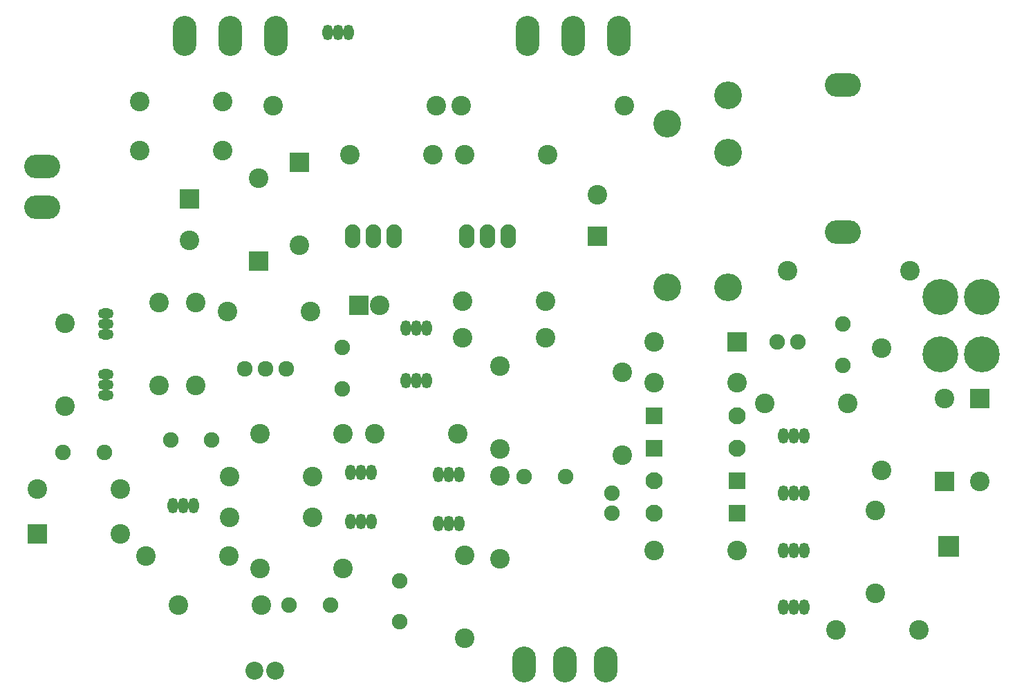
<source format=gts>
%FSLAX46Y46*%
G04 Gerber Fmt 4.6, Leading zero omitted, Abs format (unit mm)*
G04 Created by KiCad (PCBNEW (2014-jul-16 BZR unknown)-product) date ma. 13. okt. 2014 kl. 20.08 +0200*
%MOMM*%
G01*
G04 APERTURE LIST*
%ADD10C,0.100000*%
%ADD11C,1.901140*%
%ADD12R,2.398980X2.398980*%
%ADD13C,2.398980*%
%ADD14C,2.099260*%
%ADD15R,2.099260X2.099260*%
%ADD16R,2.635200X2.635200*%
%ADD17O,1.299160X1.901140*%
%ADD18O,1.901140X1.299160*%
%ADD19O,1.901140X2.899360*%
%ADD20O,2.899360X4.900880*%
%ADD21C,1.924000*%
%ADD22O,4.400000X2.900000*%
%ADD23C,2.200000*%
%ADD24O,2.900000X4.400000*%
%ADD25C,4.400000*%
%ADD26C,1.900000*%
%ADD27C,3.400000*%
G04 APERTURE END LIST*
D10*
D11*
X122250000Y-122750000D03*
X117170000Y-122750000D03*
X123750000Y-96250000D03*
X123750000Y-91170000D03*
D12*
X125730000Y-86000000D03*
D13*
X128270000Y-86000000D03*
D11*
X89500000Y-104000000D03*
X94580000Y-104000000D03*
D12*
X105000000Y-72960000D03*
D13*
X105000000Y-78040000D03*
D11*
X146000000Y-107000000D03*
X151080000Y-107000000D03*
D12*
X155000000Y-77540000D03*
D13*
X155000000Y-72460000D03*
X96580000Y-114000000D03*
D12*
X86420000Y-114000000D03*
D13*
X118500000Y-78580000D03*
D12*
X118500000Y-68420000D03*
D13*
X113500000Y-70420000D03*
D12*
X113500000Y-80580000D03*
D14*
X161920000Y-107500000D03*
D15*
X172080000Y-107500000D03*
D14*
X172080000Y-103500000D03*
D15*
X161920000Y-103500000D03*
D14*
X161920000Y-111500000D03*
D15*
X172080000Y-111500000D03*
D14*
X172080000Y-99500000D03*
D15*
X161920000Y-99500000D03*
D13*
X161920000Y-90500000D03*
D12*
X172080000Y-90500000D03*
D13*
X197500000Y-97420000D03*
D12*
X197500000Y-107580000D03*
D13*
X201750000Y-107580000D03*
D12*
X201750000Y-97420000D03*
D13*
X98920000Y-61000000D03*
X109080000Y-61000000D03*
X98920000Y-67000000D03*
X109080000Y-67000000D03*
D16*
X198000000Y-115500000D03*
D17*
X126000000Y-112500000D03*
X124730000Y-112500000D03*
X127270000Y-112500000D03*
X136750000Y-112750000D03*
X138020000Y-112750000D03*
X135480000Y-112750000D03*
X104250000Y-110500000D03*
X102980000Y-110500000D03*
X105520000Y-110500000D03*
X136750000Y-106750000D03*
X138020000Y-106750000D03*
X135480000Y-106750000D03*
X126000000Y-106500000D03*
X124730000Y-106500000D03*
X127270000Y-106500000D03*
D18*
X94750000Y-95750000D03*
X94750000Y-97020000D03*
X94750000Y-94480000D03*
D17*
X132750000Y-95250000D03*
X134020000Y-95250000D03*
X131480000Y-95250000D03*
D18*
X94750000Y-88250000D03*
X94750000Y-89520000D03*
X94750000Y-86980000D03*
D17*
X123250000Y-52500000D03*
X121980000Y-52500000D03*
X124520000Y-52500000D03*
X132750000Y-88750000D03*
X134020000Y-88750000D03*
X131480000Y-88750000D03*
D19*
X127500000Y-77500000D03*
X124960000Y-77500000D03*
X130040000Y-77500000D03*
X141500000Y-77500000D03*
X144040000Y-77500000D03*
X138960000Y-77500000D03*
D20*
X110000000Y-53000000D03*
X104412000Y-53000000D03*
X115588000Y-53000000D03*
X152000000Y-53000000D03*
X146412000Y-53000000D03*
X157588000Y-53000000D03*
D17*
X179000000Y-123000000D03*
X177730000Y-123000000D03*
X180270000Y-123000000D03*
X179000000Y-116000000D03*
X177730000Y-116000000D03*
X180270000Y-116000000D03*
X179000000Y-109000000D03*
X177730000Y-109000000D03*
X180270000Y-109000000D03*
X179000000Y-102000000D03*
X177730000Y-102000000D03*
X180270000Y-102000000D03*
D13*
X138750000Y-126830000D03*
X138750000Y-116670000D03*
X103670000Y-122750000D03*
X113830000Y-122750000D03*
X113670000Y-118250000D03*
X123830000Y-118250000D03*
X99670000Y-116750000D03*
X109830000Y-116750000D03*
X109920000Y-112000000D03*
X120080000Y-112000000D03*
X143000000Y-117080000D03*
X143000000Y-106920000D03*
X86420000Y-108500000D03*
X96580000Y-108500000D03*
X109920000Y-107000000D03*
X120080000Y-107000000D03*
X143000000Y-103580000D03*
X143000000Y-93420000D03*
X113670000Y-101750000D03*
X123830000Y-101750000D03*
X127670000Y-101750000D03*
X137830000Y-101750000D03*
X101250000Y-85670000D03*
X101250000Y-95830000D03*
X138420000Y-90000000D03*
X148580000Y-90000000D03*
X105750000Y-85670000D03*
X105750000Y-95830000D03*
X109670000Y-86750000D03*
X119830000Y-86750000D03*
X89750000Y-98330000D03*
X89750000Y-88170000D03*
X138420000Y-85500000D03*
X148580000Y-85500000D03*
X124670000Y-67500000D03*
X134830000Y-67500000D03*
X138670000Y-67500000D03*
X148830000Y-67500000D03*
X115250000Y-61500000D03*
X135250000Y-61500000D03*
X138250000Y-61500000D03*
X158250000Y-61500000D03*
X158000000Y-94170000D03*
X158000000Y-104330000D03*
X189000000Y-121330000D03*
X189000000Y-111170000D03*
X194330000Y-125750000D03*
X184170000Y-125750000D03*
X161920000Y-116000000D03*
X172080000Y-116000000D03*
X175420000Y-98000000D03*
X185580000Y-98000000D03*
X161920000Y-95500000D03*
X172080000Y-95500000D03*
D21*
X114290000Y-93750000D03*
X116830000Y-93750000D03*
X111750000Y-93750000D03*
D22*
X87000000Y-69000000D03*
X87000000Y-74000000D03*
X185000000Y-59000000D03*
X185000000Y-77000000D03*
D23*
X113000000Y-130750000D03*
X115540000Y-130750000D03*
D24*
X146000000Y-130000000D03*
X151000000Y-130000000D03*
X156000000Y-130000000D03*
D25*
X197000000Y-92000000D03*
X202000000Y-92000000D03*
X202000000Y-85000000D03*
X197000000Y-85000000D03*
D26*
X130750000Y-124750000D03*
X130750000Y-119750000D03*
X102750000Y-102500000D03*
X107750000Y-102500000D03*
X156750000Y-109000000D03*
X156750000Y-111500000D03*
D11*
X185000000Y-88250000D03*
X185000000Y-93330000D03*
D26*
X179500000Y-90500000D03*
X177000000Y-90500000D03*
D13*
X189750000Y-91250000D03*
X189750000Y-106250000D03*
X178250000Y-81750000D03*
X193250000Y-81750000D03*
D27*
X163500000Y-83750000D03*
X171000000Y-67250000D03*
X171000000Y-60250000D03*
X163500000Y-63750000D03*
X171000000Y-83750000D03*
M02*

</source>
